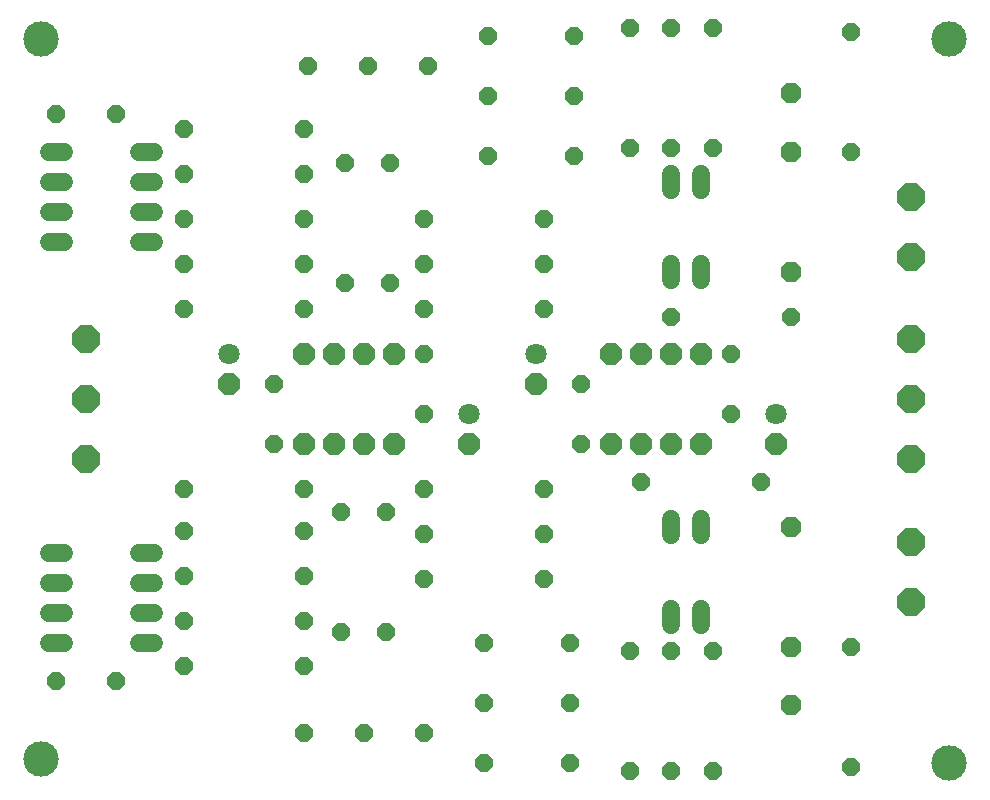
<source format=gbs>
G75*
%MOIN*%
%OFA0B0*%
%FSLAX24Y24*%
%IPPOS*%
%LPD*%
%AMOC8*
5,1,8,0,0,1.08239X$1,22.5*
%
%ADD10OC8,0.0930*%
%ADD11OC8,0.0600*%
%ADD12OC8,0.0710*%
%ADD13C,0.0710*%
%ADD14OC8,0.0680*%
%ADD15C,0.1182*%
%ADD16C,0.0600*%
D10*
X003150Y011650D03*
X003150Y013650D03*
X003150Y015650D03*
X030650Y015650D03*
X030650Y013650D03*
X030650Y011650D03*
X030650Y008900D03*
X030650Y006900D03*
X030650Y018400D03*
X030650Y020400D03*
D11*
X028650Y021900D03*
X028650Y025900D03*
X024025Y026025D03*
X022650Y026025D03*
X021275Y026025D03*
X019400Y025775D03*
X019400Y023775D03*
X021275Y022025D03*
X022650Y022025D03*
X024025Y022025D03*
X019400Y021775D03*
X018400Y019650D03*
X018400Y018150D03*
X018400Y016650D03*
X019650Y014150D03*
X019650Y012150D03*
X018400Y010650D03*
X018400Y009150D03*
X018400Y007650D03*
X019275Y005525D03*
X021275Y005275D03*
X022650Y005275D03*
X024025Y005275D03*
X028650Y005400D03*
X028650Y001400D03*
X024025Y001275D03*
X022650Y001275D03*
X021275Y001275D03*
X019275Y001525D03*
X019275Y003525D03*
X016400Y003525D03*
X014400Y002525D03*
X012400Y002525D03*
X010400Y002525D03*
X010400Y004775D03*
X011650Y005900D03*
X010400Y006275D03*
X010400Y007775D03*
X010400Y009275D03*
X011650Y009900D03*
X010400Y010650D03*
X009400Y012150D03*
X009400Y014150D03*
X010400Y016650D03*
X011775Y017525D03*
X013275Y017525D03*
X014400Y018150D03*
X014400Y019650D03*
X013275Y021525D03*
X011775Y021525D03*
X010400Y021150D03*
X010400Y022650D03*
X010525Y024775D03*
X012525Y024775D03*
X014525Y024775D03*
X016525Y023775D03*
X016525Y025775D03*
X016525Y021775D03*
X010400Y019650D03*
X010400Y018150D03*
X006400Y018150D03*
X006400Y019650D03*
X006400Y021150D03*
X006400Y022650D03*
X004150Y023150D03*
X002150Y023150D03*
X006400Y016650D03*
X006400Y010650D03*
X006400Y009275D03*
X006400Y007775D03*
X006400Y006275D03*
X006400Y004775D03*
X004150Y004275D03*
X002150Y004275D03*
X013150Y005900D03*
X014400Y007650D03*
X014400Y009150D03*
X013150Y009900D03*
X014400Y010650D03*
X014400Y013150D03*
X014400Y015150D03*
X014400Y016650D03*
X021650Y010900D03*
X024650Y013150D03*
X024650Y015150D03*
X022650Y016400D03*
X026650Y016400D03*
X025650Y010900D03*
X016400Y005525D03*
X016400Y001525D03*
D12*
X015900Y012150D03*
X013400Y012150D03*
X012400Y012150D03*
X011400Y012150D03*
X010400Y012150D03*
X007900Y014150D03*
X010400Y015150D03*
X011400Y015150D03*
X012400Y015150D03*
X013400Y015150D03*
X018150Y014150D03*
X020650Y015150D03*
X021650Y015150D03*
X022650Y015150D03*
X023650Y015150D03*
X023650Y012150D03*
X022650Y012150D03*
X021650Y012150D03*
X020650Y012150D03*
X026150Y012150D03*
D13*
X026150Y013150D03*
X018150Y015150D03*
X015900Y013150D03*
X007900Y015150D03*
D14*
X026650Y017900D03*
X026650Y021900D03*
X026650Y023850D03*
X026650Y009400D03*
X026650Y005400D03*
X026650Y003450D03*
D15*
X001650Y001650D03*
X001650Y025650D03*
X031900Y025650D03*
X031900Y001525D03*
D16*
X023650Y006140D02*
X023650Y006660D01*
X022650Y006660D02*
X022650Y006140D01*
X022650Y009140D02*
X022650Y009660D01*
X023650Y009660D02*
X023650Y009140D01*
X023650Y017640D02*
X023650Y018160D01*
X022650Y018160D02*
X022650Y017640D01*
X022650Y020640D02*
X022650Y021160D01*
X023650Y021160D02*
X023650Y020640D01*
X005410Y020900D02*
X004890Y020900D01*
X004890Y019900D02*
X005410Y019900D01*
X005410Y018900D02*
X004890Y018900D01*
X002410Y018900D02*
X001890Y018900D01*
X001890Y019900D02*
X002410Y019900D01*
X002410Y020900D02*
X001890Y020900D01*
X001890Y021900D02*
X002410Y021900D01*
X004890Y021900D02*
X005410Y021900D01*
X005410Y008525D02*
X004890Y008525D01*
X004890Y007525D02*
X005410Y007525D01*
X005410Y006525D02*
X004890Y006525D01*
X004890Y005525D02*
X005410Y005525D01*
X002410Y005525D02*
X001890Y005525D01*
X001890Y006525D02*
X002410Y006525D01*
X002410Y007525D02*
X001890Y007525D01*
X001890Y008525D02*
X002410Y008525D01*
M02*

</source>
